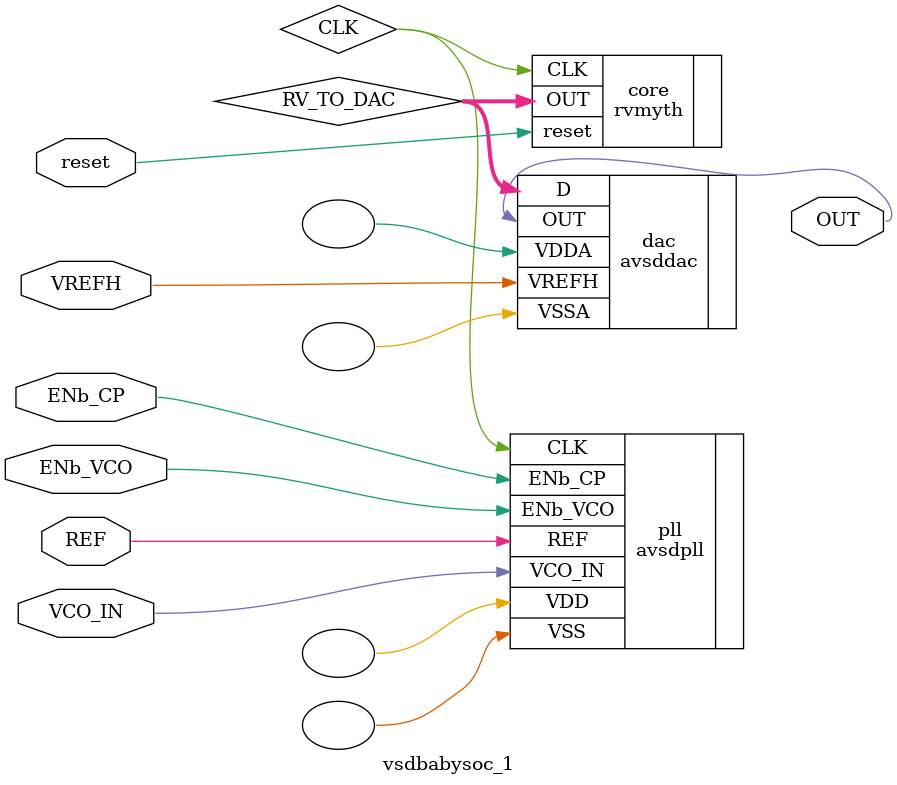
<source format=v>
module vsdbabysoc_1 (
   output wire OUT,
   //
   input  wire reset,
   //
   input  wire VCO_IN,
   input  wire ENb_CP,
   input  wire ENb_VCO,
   input  wire REF,
   //
   // input  wire VREFL,
   input  wire VREFH
);

   wire CLK;
   wire [9:0] RV_TO_DAC;

   rvmyth core (
      .OUT(RV_TO_DAC),
      .CLK(CLK),
      .reset(reset)
   );

   avsdpll pll (
      .CLK(CLK),
      .VCO_IN(VCO_IN),
      .ENb_CP(ENb_CP),
      .ENb_VCO(ENb_VCO),
      .REF(REF),
      .VDD(),
      .VSS()
   );

   avsddac dac (
      .OUT(OUT),
      .D(RV_TO_DAC),
      // .VREFL(VREFL),
      .VREFH(VREFH),
      .VDDA(),
      .VSSA()
   );
   
endmodule

</source>
